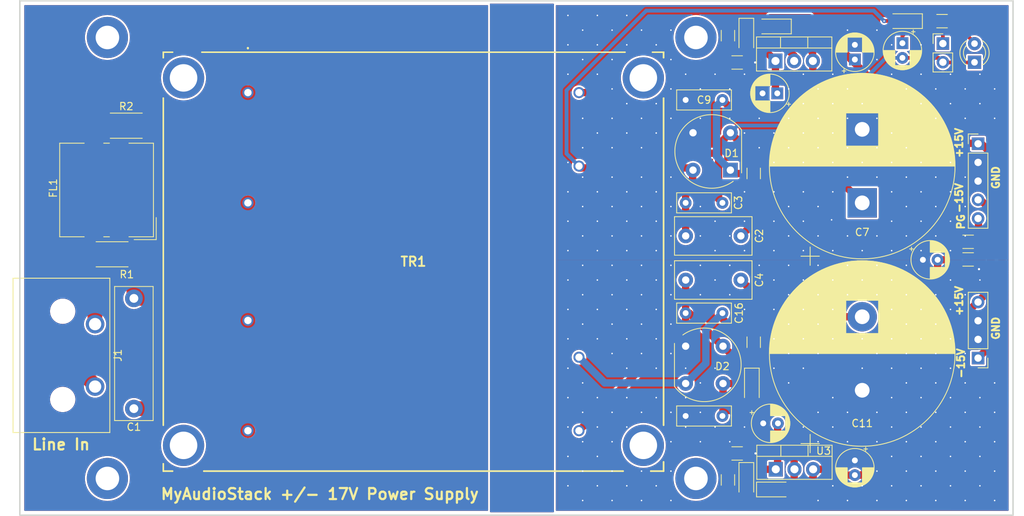
<source format=kicad_pcb>
(kicad_pcb (version 20240108) (generator "pcbnew") (generator_version "8.0")
  (title_block (title "+/- 15V AC/DC Amplifier PSU") (date "2024-12-22") (rev "A") (comment 1 "Max 1.5A, Requires Heatsink and Thermal Pads to reach maximum output"))
  (layers (0 "F.Cu" signal) (31 "B.Cu" signal) (34 "B.Paste" user) (35 "F.Paste" user) (36 "B.SilkS" user "B.Silkscreen") (37 "F.SilkS" user "F.Silkscreen") (38 "B.Mask" user) (39 "F.Mask" user) (44 "Edge.Cuts" user))
  (net 0 "")
  (net 1 "/PRI_2")
  (net 2 "/PRI_1")
  (net 3 "Net-(C2-Pad2)")
  (net 4 "/SEC_1")
  (net 5 "Net-(D4-K)")
  (net 6 "Net-(C4-Pad2)")
  (net 7 "/SEC_2")
  (net 8 "/+15V")
  (net 9 "/LED_IN")
  (net 10 "/-15V")
  (net 11 "/PGOOD")
  (net 12 "Net-(C16-Pad2)")
  (net 13 "/LED_IN_R")
  (net 14 "Net-(FL1-Pad2)")
  (net 15 "Net-(FL1-Pad4)")
  (net 16 "Net-(J3-Pin_5)")
  (net 17 "/NEG_FB")
  (net 18 "/GND")
  (net 19 "/POS_VIN")
  (net 21 "/POS_FB")
  (net 22 "/NEG_VIN")
  (net 23 "/NEUTRAL")
  (net 24 "/LIVE")
  (footprint "MountingHole:MountingHole_3.2mm_M3_DIN965_Pad" (layer "F.Cu") (at 171.4 67)
    (property "Reference" "MH1" (hide yes))
    (property "Value" "MountingHole_Pad")
  )
  (footprint "Capacitor_THT:C_Rect_L18.0mm_W5.0mm_P15.00mm_FKS3_FKP3" (layer "F.Cu") (at 95 102.5 -90)
    (property "Reference" "C1")
    (property "Value" "0.047u")
  )
  (footprint "Resistor_SMD:R_2512_6332Metric" (layer "F.Cu") (at 92.0375 96.5)
    (property "Reference" "R1")
    (property "Value" "22")
  )
  (footprint "Resistor_SMD:R_2512_6332Metric" (layer "F.Cu") (at 93.9625 79)
    (property "Reference" "R2")
    (property "Value" "22")
  )
  (footprint "Capacitor_THT:C_Rect_L10.3mm_W5.0mm_P7.50mm_MKS4" (layer "F.Cu") (at 170.005 100)
    (property "Reference" "C4")
    (property "Value" "0.15u")
  )
  (footprint "Package_TO_SOT_THT:TO-220-3_Vertical" (layer "F.Cu") (at 182.21 70.195)
    (property "Reference" "U1" (hide yes))
    (property "Value" "LM317_TO-220")
  )
  (footprint "MountingHole:MountingHole_3.2mm_M3_DIN965_Pad" (layer "F.Cu") (at 91.4 127)
    (property "Reference" "MH2" (hide yes))
    (property "Value" "MountingHole_Pad")
  )
  (footprint "Diode_SMD:D_SOD-123" (layer "F.Cu") (at 182 128.5)
    (property "Reference" "D7" (hide yes))
    (property "Value" "1N4148WT")
  )
  (footprint "Inductor_SMD:L_Bourns_SRF1260" (layer "F.Cu") (at 91.285 87.75 180)
    (property "Reference" "FL1")
    (property "Value" "744282100")
  )
  (footprint "Capacitor_THT:C_Rect_L7.2mm_W2.5mm_P5.00mm_FKS2_FKP2_MKS2_MKP2" (layer "F.Cu") (at 175 118.5 180)
    (property "Reference" "C12" (hide yes))
    (property "Value" "0.1u")
  )
  (footprint "Resistor_SMD:R_1206_3216Metric" (layer "F.Cu") (at 179.25 108.4625 90)
    (property "Reference" "R12" (hide yes))
    (property "Value" "470")
  )
  (footprint "local:SWITCHCRAFT_RAPC322X" (layer "F.Cu") (at 85.325 110.25 -90)
    (property "Reference" "J1")
    (property "Value" "IEC_60320_C8_Receptacle")
  )
  (footprint "Diode_SMD:D_SOD-123" (layer "F.Cu") (at 178.25 127.2 -90)
    (property "Reference" "D6" (hide yes))
    (property "Value" "1N4148WT")
  )
  (footprint "Capacitor_THT:C_Rect_L7.2mm_W2.5mm_P5.00mm_FKS2_FKP2_MKS2_MKP2" (layer "F.Cu") (at 170 89.5)
    (property "Reference" "C3")
    (property "Value" "0.01u")
  )
  (footprint "Connector_PinHeader_2.54mm:PinHeader_1x04_P2.54mm_Vertical" (layer "F.Cu") (at 209.75 110.62 180)
    (property "Reference" "J4" (hide yes))
    (property "Value" "Conn_01x04_Pin")
  )
  (footprint "Resistor_SMD:R_1206_3216Metric" (layer "F.Cu") (at 179.25 85.5 -90)
    (property "Reference" "R3" (hide yes))
    (property "Value" "470")
  )
  (footprint "Resistor_SMD:R_1206_3216Metric" (layer "F.Cu") (at 177 70.4)
    (property "Reference" "R7" (hide yes))
    (property "Value" "2.2k")
  )
  (footprint "Resistor_SMD:R_1206_3216Metric" (layer "F.Cu") (at 204.8525 64.775 180)
    (property "Reference" "R5" (hide yes))
    (property "Value" "1.8k")
  )
  (footprint "Capacitor_THT:CP_Radial_D5.0mm_P2.00mm" (layer "F.Cu") (at 193 70 90)
    (property "Reference" "C10")
    (property "Value" "22u")
  )
  (footprint "Resistor_SMD:R_1206_3216Metric" (layer "F.Cu") (at 175.75 127.2 90)
    (property "Reference" "R9" (hide yes))
    (property "Value" "180")
  )
  (footprint "Capacitor_THT:C_Rect_L10.3mm_W5.0mm_P7.50mm_MKS4" (layer "F.Cu") (at 170.005 94)
    (property "Reference" "C2")
    (property "Value" "0.15u")
  )
  (footprint "Resistor_SMD:R_1206_3216Metric" (layer "F.Cu") (at 208.4 97.2 180)
    (property "Reference" "R8" (hide yes))
    (property "Value" "6.8k")
  )
  (footprint "local:FL18_30" (layer "F.Cu") (at 110.5 74.5)
    (property "Reference" "TR1")
    (property "Value" "Block FL 18/30" (hide yes))
  )
  (footprint "Capacitor_THT:CP_Radial_D5.0mm_P2.00mm" (layer "F.Cu") (at 202.25 97.25)
    (property "Reference" "C15" (hide yes))
    (property "Value" "10u")
  )
  (footprint "Diode_THT:Diode_Bridge_Round_D9.8mm" (layer "F.Cu") (at 176.08 85.045 180)
    (property "Reference" "D1")
    (property "Value" "W04G")
  )
  (footprint "LED_THT:LED_D3.0mm" (layer "F.Cu") (at 209.265 70.375 90)
    (property "Reference" "D4" (hide yes))
    (property "Value" "LED")
  )
  (footprint "Capacitor_THT:CP_Radial_D25.0mm_P10.00mm_SnapIn" (layer "F.Cu") (at 194 89.5 90)
    (property "Reference" "C7")
    (property "Value" "4.7m")
  )
  (footprint "Connector_PinHeader_2.54mm:PinHeader_1x05_P2.54mm_Vertical" (layer "F.Cu") (at 209.75 81.46)
    (property "Reference" "J3" (hide yes))
    (property "Value" "Conn_01x05_Pin")
  )
  (footprint "Capacitor_THT:CP_Radial_D5.0mm_P2.00mm" (layer "F.Cu") (at 199.465 67.775 -90)
    (property "Reference" "C13" (hide yes))
    (property "Value" "10u")
  )
  (footprint "MountingHole:MountingHole_3.2mm_M3_DIN965_Pad" (layer "F.Cu") (at 91.4 67)
    (property "Reference" "MH0" (hide yes))
    (property "Value" "MountingHole_Pad")
  )
  (footprint "Capacitor_THT:CP_Radial_D5.0mm_P2.00mm" (layer "F.Cu") (at 182.455113 74.6 180)
    (property "Reference" "C8" (hide yes))
    (property "Value" "22u")
  )
  (footprint "Capacitor_THT:CP_Radial_D25.0mm_P10.00mm_SnapIn" (layer "F.Cu") (at 194 115 90)
    (property "Reference" "C11")
    (property "Value" "4.7m")
  )
  (footprint "Capacitor_THT:C_Rect_L7.2mm_W2.5mm_P5.00mm_FKS2_FKP2_MKS2_MKP2" (layer "F.Cu") (at 175 75.5 180)
    (property "Reference" "C9")
    (property "Value" "0.1u")
  )
  (footprint "Diode_SMD:D_SOD-123" (layer "F.Cu") (at 178.25 66.75 -90)
    (property "Reference" "D10" (hide yes))
    (property "Value" "1N4148WT")
  )
  (footprint "MountingHole:MountingHole_3.2mm_M3_DIN965_Pad" (layer "F.Cu") (at 171.4 127)
    (property "Reference" "MH3" (hide yes))
    (property "Value" "MountingHole_Pad")
  )
  (footprint "Resistor_SMD:R_1206_3216Metric" (layer "F.Cu") (at 208.4 94.8 180)
    (property "Reference" "R11" (hide yes))
    (property "Value" "1k")
  )
  (footprint "Capacitor_THT:C_Rect_L7.2mm_W2.5mm_P5.00mm_FKS2_FKP2_MKS2_MKP2" (layer "F.Cu") (at 170 104.5)
    (property "Reference" "C16")
    (property "Value" "0.01u")
  )
  (footprint "Diode_SMD:D_SOD-123" (layer "F.Cu") (at 179 114.35 -90)
    (property "Reference" "D9" (hide yes))
    (property "Value" "1N4148WT")
  )
  (footprint "Diode_THT:Diode_Bridge_Round_D9.8mm" (layer "F.Cu") (at 170 109)
    (property "Reference" "D2")
    (property "Value" "W04G")
  )
  (footprint "Diode_SMD:D_SOD-123" (layer "F.Cu") (at 182 65.5 180)
    (property "Reference" "D3" (hide yes))
    (property "Value" "1N4148WT")
  )
  (footprint "Capacitor_THT:CP_Radial_D5.0mm_P2.00mm" (layer "F.Cu") (at 180.544888 119.5)
    (property "Reference" "C5" (hide yes))
    (property "Value" "22u")
  )
  (footprint "Capacitor_THT:CP_Radial_D5.0mm_P2.00mm" (layer "F.Cu") (at 193 124.544888 -90)
    (property "Reference" "C14" (hide yes))
    (property "Value" "22u")
  )
  (footprint "Package_TO_SOT_THT:TO-220-3_Vertical" (layer "F.Cu") (at 182.25 125.75)
    (property "Reference" "U3")
    (property "Value" "LM337_TO220")
  )
  (footprint "Diode_SMD:D_SOD-123" (layer "F.Cu") (at 199.815 64.775 180)
    (property "Reference" "D5" (hide yes))
    (property "Value" "1N4148WT")
  )
  (footprint "Resistor_SMD:R_1206_3216Metric" (layer "F.Cu") (at 175.75 66.75 -90)
    (property "Reference" "R4" (hide yes))
    (property "Value" "180")
  )
  (footprint "Resistor_SMD:R_1206_3216Metric" (layer "F.Cu") (at 177 123.6)
    (property "Reference" "R10" (hide yes))
    (property "Value" "2.2k")
  )
  (footprint "Connector_PinHeader_2.54mm:PinHeader_1x02_P2.54mm_Vertical" (layer "F.Cu") (at 204.965 67.825)
    (property "Reference" "J2" (hide yes))
    (property "Value" "Conn_01x02_Pin")
  )
  (gr_rect (start 143.5 62.5) (end 152 131.5) (stroke (width 0.2)) (fill solid) (layer "F.Cu"))
  (gr_rect (start 143.5 62.5) (end 152 131.5) (stroke (width 0.2)) (fill solid) (layer "B.Cu"))
  (gr_rect (start 79.5 62) (end 214.5 132) (stroke (width 0.2)) (fill none) (layer "Edge.Cuts"))
  (gr_text "MyAudioStack +/- 17V Power Supply" (at 98.5 130 0) (layer "F.SilkS") (effects (font (size 1.5 1.5) (thickness 0.3) (bold yes)) (justify left bottom)))
  (gr_text "GND" (at 212.75 87.75 90) (layer "F.SilkS") (effects (font (size 1 1) (thickness 0.25) (bold yes)) (justify left bottom)))
  (gr_text "+15V" (at 207.75 105 90) (layer "F.SilkS") (effects (font (size 1 1) (thickness 0.25) (bold yes)) (justify left bottom)))
  (gr_text "GND" (at 212.75 108.25 90) (layer "F.SilkS") (effects (font (size 1 1) (thickness 0.25) (bold yes)) (justify left bottom)))
  (gr_text "Line In" (at 81 123.25 0) (layer "F.SilkS") (effects (font (size 1.5 1.5) (thickness 0.3) (bold yes)) (justify left bottom)))
  (gr_text "-15V" (at 207.75 91 90) (layer "F.SilkS") (effects (font (size 1 1) (thickness 0.25) (bold yes)) (justify left bottom)))
  (gr_text "-15V" (at 208 113.5 90) (layer "F.SilkS") (effects (font (size 1 1) (thickness 0.25) (bold yes)) (justify left bottom)))
  (gr_text "PG" (at 208 93.25 90) (layer "F.SilkS") (effects (font (size 1 1) (thickness 0.25) (bold yes)) (justify left bottom)))
  (gr_text "+15V" (at 207.75 83.5 90) (layer "F.SilkS") (effects (font (size 1 1) (thickness 0.25) (bold yes)) (justify left bottom)))
  (segment (start 96.925 79) (end 103.75 79) (width 2) (layer "F.Cu") (net 1))
  (segment (start 113.5 119) (end 110.5 116) (width 2) (layer "F.Cu") (net 1))
  (segment (start 103.75 79) (end 108.25 74.5) (width 2) (layer "F.Cu") (net 1))
  (segment (start 110.5 93.5) (end 114 90) (width 2) (layer "F.Cu") (net 1))
  (segment (start 114 90) (end 114 78) (width 2) (layer "F.Cu") (net 1))
  (segment (start 113.5 121.5) (end 113.5 119) (width 2) (layer "F.Cu") (net 1))
  (segment (start 109.5 123.5) (end 111.5 123.5) (width 2) (layer "F.Cu") (net 1))
  (segment (start 95 117.5) (end 103.5 117.5) (width 2) (layer "F.Cu") (net 1))
  (segment (start 114 78) (end 110.5 74.5) (width 2) (layer "F.Cu") (net 1))
  (segment (start 103.5 117.5) (end 109.5 123.5) (width 2) (layer "F.Cu") (net 1))
  (segment (start 111.5 123.5) (end 113.5 121.5) (width 2) (layer "F.Cu") (net 1))
  (segment (start 110.5 116) (end 110.5 105.5) (width 2) (layer "F.Cu") (net 1))
  (segment (start 110.5 105.5) (end 110.5 93.5) (width 2) (layer "F.Cu") (net 1))
  (segment (start 108.25 74.5) (end 110.5 74.5) (width 2) (layer "F.Cu") (net 1))
  (segment (start 110.5 120.5) (end 107.5 117.5) (width 2) (layer "F.Cu") (net 2))
  (segment (start 95 95.196438) (end 95 102.5) (width 2) (layer "F.Cu") (net 2))
  (segment (start 110.5 89.5) (end 110.25 89.75) (width 2) (layer "F.Cu") (net 2))
  (segment (start 107.5 96) (end 107.5 92.5) (width 2) (layer "F.Cu") (net 2))
  (segment (start 107.5 117.5) (end 107.5 96) (width 2) (layer "F.Cu") (net 2))
  (segment (start 95.9625 102.5) (end 107 102.5) (width 2) (layer "F.Cu") (net 2))
  (segment (start 107.5 92.5) (end 110.5 89.5) (width 2) (layer "F.Cu") (net 2))
  (segment (start 179.25 92.255) (end 177.505 94) (width 1) (layer "F.Cu") (net 3))
  (segment (start 179.25 86.9625) (end 179.25 92.255) (width 1) (layer "F.Cu") (net 3))
  (segment (start 155.75 84.75) (end 170.705 84.75) (width 1) (layer "F.Cu") (net 4))
  (segment (start 170 89.5) (end 170 93.995) (width 1) (layer "F.Cu") (net 4))
  (segment (start 198.14 64.75) (end 198.165 64.775) (width 0.508) (layer "F.Cu") (net 4))
  (segment (start 170.955 87.045) (end 170.955 85) (width 1) (layer "F.Cu") (net 4))
  (segment (start 170.955 85) (end 171 85.045) (width 1) (layer "F.Cu") (net 4))
  (segment (start 196.965 64.75) (end 198.14 64.75) (width 0.508) (layer "F.Cu") (net 4))
  (segment (start 170.705 84.75) (end 170.955 85) (width 1) (layer "F.Cu") (net 4))
  (segment (start 170 93.995) (end 170.005 94) (width 1) (layer "F.Cu") (net 4))
  (segment (start 155.5 84.5) (end 155.75 84.75) (width 1) (layer "F.Cu") (net 4))
  (segment (start 155.5 84.5) (end 155.25 84.5) (width 0.508) (layer "F.Cu") (net 4))
  (segment (start 170 89.5) (end 170 88) (width 1) (layer "F.Cu") (net 4))
  (segment (start 170 88) (end 170.955 87.045) (width 1) (layer "F.Cu") (net 4))
  (via (at 196.979901 64.765074) (size 0.5642) (drill 0.2032) (layers "F.Cu" "B.Cu") (net 4))
  (segment (start 164.645096 63.354904) (end 153.809452 74.190548) (width 0.508) (layer "B.Cu") (net 4))
  (segment (start 153.809452 82.809452) (end 155.5 84.5) (width 0.508) (layer "B.Cu") (net 4))
  (segment (start 153.809452 74.190548) (end 153.809452 82.809452) (width 0.508) (layer "B.Cu") (net 4))
  (segment (start 196.965 64.75) (end 195.569904 63.354904) (width 0.508) (layer "B.Cu") (net 4))
  (segment (start 195.569904 63.354904) (end 164.645096 63.354904) (width 0.508) (layer "B.Cu") (net 4))
  (segment (start 158.5 74.5) (end 166.75 82.75) (width 1) (layer "F.Cu") (net 5))
  (segment (start 204.375 69.775) (end 205 70.4) (width 0.508) (layer "F.Cu") (net 5))
  (segment (start 174.48 81.565) (end 174.48 88.98) (width 1) (layer "F.Cu") (net 5))
  (segment (start 174.48 88.98) (end 175 89.5) (width 1) (layer "F.Cu") (net 5))
  (segment (start 179.25 84.0375) (end 179.25 83.135) (width 1) (layer "F.Cu") (net 5))
  (segment (start 179.25 83.135) (end 176.08 79.965) (width 1) (layer "F.Cu") (net 5))
  (segment (start 176.08 79.965) (end 174.48 81.565) (width 1) (layer "F.Cu") (net 5))
  (segment (start 155.5 74.5) (end 158.5 74.5) (width 1) (layer "F.Cu") (net 5))
  (segment (start 205 70.4) (end 209.24 70.4) (width 0.508) (layer "F.Cu") (net 5))
  (segment (start 209.24 70.4) (end 209.265 70.375) (width 0.508) (layer "F.Cu") (net 5))
  (segment (start 199.465 69.775) (end 204.375 69.775) (width 0.508) (layer "F.Cu") (net 5))
  (segment (start 166.75 82.75) (end 174.48 82.75) (width 1) (layer "F.Cu") (net 5))
  (segment (start 188.019215 78.980785) (end 177.064215 78.980785) (width 0.508) (layer "B.Cu") (net 5))
  (segment (start 197.225 69.775) (end 188.019215 78.980785) (width 0.508) (layer "B.Cu") (net 5))
  (segment (start 177.064215 78.980785) (end 176.08 79.965) (width 0.508) (layer "B.Cu") (net 5))
  (segment (start 199.465 69.775) (end 197.225 69.775) (width 0.508) (layer "B.Cu") (net 5))
  (segment (start 179.25 107) (end 179.25 101.75) (width 1) (layer "F.Cu") (net 6))
  (segment (start 179.25 101.75) (end 177.5 100) (width 1) (layer "F.Cu") (net 6))
  (segment (start 175 109) (end 175.08 109) (width 1) (layer "F.Cu") (net 7))
  (segment (start 179 112.7) (end 178.78 112.7) (width 1) (layer "F.Cu") (net 7))
  (segment (start 170 104.5) (end 170 106) (width 1) (layer "F.Cu") (net 7))
  (segment (start 178.78 112.7) (end 175.08 109) (width 1) (layer "F.Cu") (net 7))
  (segment (start 170 104.5) (end 170.5 104.5) (width 1) (layer "F.Cu") (net 7))
  (segment (start 170 104.5) (end 170 100) (width 1) (layer "F.Cu") (net 7))
  (segment (start 170 106) (end 155.5 120.5) (width 1) (layer "F.Cu") (net 7))
  (segment (start 170.5 104.5) (end 175 109) (width 1) (layer "F.Cu") (net 7))
  (segment (start 192.5 70) (end 193 70) (width 1) (layer "F.Cu") (net 8))
  (segment (start 193 70.5) (end 203.9 81.4) (width 1) (layer "F.Cu") (net 8))
  (segment (start 180.75 65.5) (end 180.35 65.5) (width 1) (layer "F.Cu") (net 8))
  (segment (start 213 107.37) (end 209.75 110.62) (width 1) (layer "F.Cu") (net 8))
  (segment (start 180.35 65.5) (end 181.55 64.3) (width 1) (layer "F.Cu") (net 8))
  (segment (start 213 84.25) (end 213 107.37) (width 1) (layer "F.Cu") (net 8))
  (segment (start 203.9 81.4) (end 210.15 81.4) (width 1) (layer "F.Cu") (net 8))
  (segment (start 210.15 81.4) (end 213 84.25) (width 1) (layer "F.Cu") (net 8))
  (segment (start 181.55 64.3) (end 186.8 64.3) (width 1) (layer "F.Cu") (net 8))
  (segment (start 184.75 70.195) (end 184.75 69.5) (width 1) (layer "F.Cu") (net 8))
  (segment (start 186.8 64.3) (end 192.5 70) (width 1) (layer "F.Cu") (net 8))
  (segment (start 175.9375 65.1) (end 175.75 65.2875) (width 1) (layer "F.Cu") (net 8))
  (segment (start 180.35 65.5) (end 179.95 65.1) (width 1) (layer "F.Cu") (net 8))
  (segment (start 193 70) (end 193 70.5) (width 1) (layer "F.Cu") (net 8))
  (segment (start 179.95 65.1) (end 175.9375 65.1) (width 1) (layer "F.Cu") (net 8))
  (segment (start 184.75 69.5) (end 180.75 65.5) (width 1) (layer "F.Cu") (net 8))
  (segment (start 201.465 64.775) (end 203.39 64.775) (width 0.508) (layer "F.Cu") (net 9))
  (segment (start 199.465 67.775) (end 199.465 66.775) (width 0.508) (layer "F.Cu") (net 9))
  (segment (start 199.465 66.775) (end 201.465 64.775) (width 0.508) (layer "F.Cu") (net 9))
  (segment (start 191.544888 126.544888) (end 190.75 125.75) (width 1) (layer "F.Cu") (net 10))
  (segment (start 187.33 126.92) (end 187.33 125.75) (width 1) (layer "F.Cu") (net 10))
  (segment (start 180.100493 128.749507) (end 180.35 128.5) (width 1) (layer "F.Cu") (net 10))
  (segment (start 211.5 101.18) (end 199 113.68) (width 1) (layer "F.Cu") (net 10))
  (segment (start 199 121.5) (end 193.955112 126.544888) (width 1) (layer "F.Cu") (net 10))
  (segment (start 211.5 90.5) (end 211.5 101.18) (width 1) (layer "F.Cu") (net 10))
  (segment (start 210.08 89.08) (end 211.5 90.5) (width 1) (layer "F.Cu") (net 10))
  (segment (start 209.75 89.08) (end 210.08 89.08) (width 1) (layer "F.Cu") (net 10))
  (segment (start 175.75 128.749507) (end 179.5625 128.749507) (width 1) (layer "F.Cu") (net 10))
  (segment (start 190.75 125.75) (end 187.33 125.75) (width 1) (layer "F.Cu") (net 10))
  (segment (start 184.25 130) (end 187.33 126.92) (width 1) (layer "F.Cu") (net 10))
  (segment (start 181.85 130) (end 184.25 130) (width 1) (layer "F.Cu") (net 10))
  (segment (start 179 128.749507) (end 180.100493 128.749507) (width 1) (layer "F.Cu") (net 10))
  (segment (start 180.35 128.5) (end 181.85 130) (width 1) (layer "F.Cu") (net 10))
  (segment (start 193.955112 126.544888) (end 191.544888 126.544888) (width 1) (layer "F.Cu") (net 10))
  (segment (start 199 113.68) (end 199 121.5) (width 1) (layer "F.Cu") (net 10))
  (segment (start 204.25 99.15) (end 193.4 110) (width 1) (layer "F.Cu") (net 11))
  (segment (start 193.4 110) (end 191.5 110) (width 1) (layer "F.Cu") (net 11))
  (segment (start 207 97.1375) (end 206.8875 97.25) (width 1) (layer "F.Cu") (net 11))
  (segment (start 185.5 116) (end 179 116) (width 1) (layer "F.Cu") (net 11))
  (segment (start 191.5 110) (end 185.5 116) (width 1) (layer "F.Cu") (net 11))
  (segment (start 206.8875 97.25) (end 204.25 97.25) (width 1) (layer "F.Cu") (net 11))
  (segment (start 207 94.9625) (end 207 97.1375) (width 1) (layer "F.Cu") (net 11))
  (segment (start 204.25 97.25) (end 204.25 99.15) (width 1) (layer "F.Cu") (net 11))
  (segment (start 179.25 109.502776) (end 179.25 109.925) (width 1) (layer "F.Cu") (net 12))
  (segment (start 175 104.5) (end 175 105.252776) (width 1) (layer "F.Cu") (net 12))
  (segment (start 175 105.252776) (end 179.25 109.502776) (width 1) (layer "F.Cu") (net 12))
  (segment (start 172.75 106.75) (end 175 104.5) (width 1) (layer "B.Cu") (net 12))
  (segment (start 169.92 114) (end 170 114.08) (width 1) (layer "B.Cu") (net 12))
  (segment (start 172.75 111.33) (end 172.75 106.75) (width 1) (layer "B.Cu") (net 12))
  (segment (start 170 114.08) (end 172.75 111.33) (width 1) (layer "B.Cu") (net 12))
  (segment (start 159 114) (end 169.92 114) (width 1) (layer "B.Cu") (net 12))
  (segment (start 155.5 110.5) (end 159 114) (width 1) (layer "B.Cu") (net 12))
  (segment (start 205.94 64.775) (end 204.965 65.75) (width 0.508) (layer "F.Cu") (net 13))
  (segment (start 204.965 65.75) (end 204.965 67.9) (width 0.508) (layer "F.Cu") (net 13))
  (segment (start 209.265 67.725) (end 206.315 64.775) (width 0.508) (layer "F.Cu") (net 13))
  (segment (start 206.315 64.775) (end 205.94 64.775) (width 0.508) (layer "F.Cu") (net 13))
  (segment (start 209.265 68) (end 209.265 67.725) (width 0.508) (layer "F.Cu") (net 13))
  (segment (start 89.025498 97.310374) (end 89.57 96.765872) (width 2) (layer "F.Cu") (net 14))
  (segment (start 89.57 96.765872) (end 89.57 92) (width 2) (layer "F.Cu") (net 14))
  (segment (start 91 79) (end 93 81) (width 2) (layer "F.Cu") (net 15))
  (segment (start 93 81) (end 93 83.5) (width 2) (layer "F.Cu") (net 15))
  (segment (start 209.8 94.7375) (end 209.8625 94.8) (width 1) (layer "F.Cu") (net 16))
  (segment (start 209.8 91.67) (end 209.8 94.7375) (width 1) (layer "F.Cu") (net 16))
  (segment (start 209.75 91.62) (end 209.8 91.67) (width 1) (layer "F.Cu") (net 16))
  (segment (start 175.75 125.7375) (end 178.4375 125.7375) (width 1) (layer "F.Cu") (net 17))
  (segment (start 175.5375 123.6) (end 175.5375 125.612007) (width 1) (layer "F.Cu") (net 17))
  (segment (start 182.25 125.75) (end 182.5 125.5) (width 1) (layer "F.Cu") (net 17))
  (segment (start 175.5375 125.612007) (end 175.695724 125.770231) (width 1) (layer "F.Cu") (net 17))
  (segment (start 178.45 125.75) (end 182.25 125.75) (width 1) (layer "F.Cu") (net 17))
  (segment (start 182.5 125.5) (end 182.5 119.544888) (width 1) (layer "F.Cu") (net 17))
  (segment (start 182.5 119.544888) (end 182.544888 119.5) (width 1) (layer "F.Cu") (net 17))
  (segment (start 209.873987 97.211487) (end 209.8625 97.2) (width 0.762) (layer "F.Cu") (net 18))
  (segment (start 178.471189 123.591311) (end 178.4625 123.6) (width 1) (layer "F.Cu") (net 18))
  (segment (start 209.873987 98.520532) (end 209.873987 97.211487) (width 0.762) (layer "F.Cu") (net 18))
  (segment (start 179.498241 123.591311) (end 178.471189 123.591311) (width 1) (layer "F.Cu") (net 18))
  (segment (start 179.452025 70.4) (end 178.4625 70.4) (width 0.889) (layer "F.Cu") (net 18))
  (via (at 156 82) (size 0.5642) (drill 0.2032) (layers "F.Cu" "B.Cu") (net 18))
  (via (at 190 72) (size 0.5642) (drill 0.2032) (layers "F.Cu" "B.Cu") (net 18))
  (via (at 164 86) (size 0.5642) (drill 0.2032) (layers "F.Cu" "B.Cu") (net 18))
  (via (at 158 100) (size 0.5642) (drill 0.2032) (layers "F.Cu" "B.Cu") (net 18))
  (via (at 188 106) (size 0.5642) (drill 0.2032) (layers "F.Cu" "B.Cu") (net 18))
  (via (at 202 96) (size 0.5642) (drill 0.2032) (layers "F.Cu" "B.Cu") (net 18))
  (via (at 208 126) (size 0.5642) (drill 0.2032) (layers "F.Cu" "B.Cu") (net 18))
  (via (at 160 118) (size 0.5642) (drill 0.2032) (layers "F.Cu" "B.Cu") (net 18))
  (via (at 192 82) (size 0.5642) (drill 0.2032) (layers "F.Cu" "B.Cu") (net 18))
  (via (at 200 86) (size 0.5642) (drill 0.2032) (layers "F.Cu" "B.Cu") (net 18))
  (via (at 158 108) (size 0.5642) (drill 0.2032) (layers "F.Cu" "B.Cu") (net 18))
  (via (at 186 84) (size 0.5642) (drill 0.2032) (layers "F.Cu" "B.Cu") (net 18))
  (via (at 168 102) (size 0.5642) (drill 0.2032) (layers "F.Cu" "B.Cu") (net 18))
  (via (at 202 128) (size 0.5642) (drill 0.2032) (layers "F.Cu" "B.Cu") (net 18))
  (via (at 190 100) (size 0.5642) (drill 0.2032) (layers "F.Cu" "B.Cu") (net 18))
  (via (at 196 82) (size 0.5642) (drill 0.2032) (layers "F.Cu" "B.Cu") (net 18))
  (via (at 192 102) (size 0.5642) (drill 0.2032) (layers "F.Cu" "B.Cu") (net 18))
  (via (at 198 108) (size 0.5642) (drill 0.2032) (layers "F.Cu" "B.Cu") (net 18))
  (via (at 200 106) (size 0.5642) (drill 0.2032) (layers "F.Cu" "B.Cu") (net 18))
  (via (at 198 68) (size 0.5642) (drill 0.2032) (layers "F.Cu" "B.Cu") (net 18))
  (via (at 164 106) (size 0.5642) (drill 0.2032) (layers "F.Cu" "B.Cu") (net 18))
  (via (at 192 78) (size 0.5642) (drill 0.2032) (layers "F.Cu" "B.Cu") (net 18))
  (via (at 188 82) (size 0.5642) (drill 0.2032) (layers "F.Cu" "B.Cu") (net 18))
  (via (at 190 84) (size 0.5642) (drill 0.2032) (layers "F.Cu" "B.Cu") (net 18))
  (via (at 156 70) (size 0.5642) (drill 0.2032) (layers "F.Cu" "B.Cu") (net 18))
  (via (at 190 80) (size 0.5642) (drill 0.2032) (layers "F.Cu" "B.Cu") (net 18))
  (via (at 184 82) (size 0.5642) (drill 0.2032) (layers "F.Cu" "B.Cu") (net 18))
  (via (at 202 104) (size 0.5642) (drill 0.2032) (layers "F.Cu" "B.Cu") (net 18))
  (via (at 196 78) (size 0.5642) (drill 0.2032) (layers "F.Cu" "B.Cu") (net 18))
  (via (at 172 118) (size 0.5642) (drill 0.2032) (layers "F.Cu" "B.Cu") (net 18))
  (via (at 200 114) (size 0.5642) (drill 0.2032) (layers "F.Cu" "B.Cu") (net 18))
  (via (at 196 98) (size 0.5642) (drill 0.2032) (layers "F.Cu" "B.Cu") (net 18))
  (via (at 168 74) (size 0.5642) (drill 0.2032) (layers "F.Cu" "B.Cu") (net 18))
  (via (at 182 84) (size 0.5642) (drill 0.2032) (layers "F.Cu" "B.Cu") (net 18))
  (via (at 192 118) (size 0.5642) (drill 0.2032) (layers "F.Cu" "B.Cu") (net 18))
  (via (at 204 74) (size 0.5642) (drill 0.2032) (layers "F.Cu" "B.Cu") (net 18))
  (via (at 186 108) (size 0.5642) (drill 0.2032) (layers "F.Cu" "B.Cu") (net 18))
  (via (at 162 120) (size 0.5642) (drill 0.2032) (layers "F.Cu" "B.Cu") (net 18))
  (via (at 156 90) (size 0.5642) (drill 0.2032) (layers "F.Cu" "B.Cu") (net 18))
  (via (at 170 112) (size 0.5642) (drill 0.2032) (layers "F.Cu" "B.Cu") (net 18))
  (via (at 210 124) (size 0.5642) (drill 0.2032) (layers "F.Cu" "B.Cu") (net 18))
  (via (at 200 102) (size 0.5642) (drill 0.2032) (layers "F.Cu" "B.Cu") (net 18))
  (via (at 160 122) (size 0.5642) (drill 0.2032) (layers "F.Cu" "B.Cu") (net 18))
  (via (at 164 78) (size 0.5642) (drill 0.2032) (layers "F.Cu" "B.Cu") (net 18))
  (via (at 179.452025 70.4) (size 0.7) (drill 0.3) (layers "F.Cu" "B.Cu") (net 18))
  (via (at 196 110) (size 0.5642) (drill 0.2032) (layers "F.Cu" "B.Cu") (net 18))
  (via (at 198 72) (size 0.5642) (drill 0.2032) (layers "F.Cu" "B.Cu") (net 18))
  (via (at 162 100) (size 0.5642) (drill 0.2032) (layers "F.Cu" "B.Cu") (net 18))
  (via (at 154 120) (size 0.5642) (drill 0.2032) (layers "F.Cu" "B.Cu") (net 18))
  (via (at 174 96) (size 0.5642) (drill 0.2032) (layers "F.Cu" "B.Cu") (net 18))
  (via (at 162 116) (size 0.5642) (drill 0.2032) (layers "F.Cu" "B.Cu") (net 18))
  (via (at 206 96) (size 0.5642) (drill 0.2032) (layers "F.Cu" "B.Cu") (net 18))
  (via (at 208 118) (size 0.5642) (drill 0.2032) (layers "F.Cu" "B.Cu") (net 18))
  (via (at 180 82) (size 0.5642) (drill 0.2032) (layers "F.Cu" "B.Cu") (net 18))
  (via (at 212 126) (size 0.5642) (drill 0.2032) (layers "F.Cu" "B.Cu") (net 18))
  (via (at 170 120) (size 0.5642) (drill 0.2032) (layers "F.Cu" "B.Cu") (net 18))
  (via (at 156 102) (size 0.5642) (drill 0.2032) (layers "F.Cu" "B.Cu") (net 18))
  (via (at 156 98) (size 0.5642) (drill 0.2032) (layers "F.Cu" "B.Cu") (net 18))
  (via (at 154 112) (size 0.5642) (drill 0.2032) (layers "F.Cu" "B.Cu") (net 18))
  (via (at 160 94) (size 0.5642) (drill 0.2032) (layers "F.Cu" "B.Cu") (net 18))
  (via (at 170 116) (size 0.5642) (drill 0.2032) (layers "F.Cu" "B.Cu") (net 18))
  (via (at 162 64) (size 0.5642) (drill 0.2032) (layers "F.Cu" "B.Cu") (net 18))
  (via (at 172 74) (size 0.5642) (drill 0.2032) (layers "F.Cu" "B.Cu") (net 18))
  (via (at 164 98) (size 0.5642) (drill 0.2032) (layers "F.Cu" "B.Cu") (net 18))
  (via (at 176 98) (size 0.5642) (drill 0.2032) (layers "F.Cu" "B.Cu") (net 18))
  (via (at 172 98) (size 0.5642) (drill 0.2032) (layers "F.Cu" "B.Cu") (net 18))
  (via (at 172 78) (size 0.5642) (drill 0.2032) (layers "F.Cu" "B.Cu") (net 18))
  (via (at 156 122) (size 0.5642) (drill 0.2032) (layers "F.Cu" "B.Cu") (net 18))
  (via (at 210 116) (size 0.5642) (drill 0.2032) (layers "F.Cu" "B.Cu") (net 18))
  (via (at 162 112) (size 0.5642) (drill 0.2032) (layers "F.Cu" "B.Cu") (net 18))
  (via (at 186 92) (size 0.5642) (drill 0.2032) (layers "F.Cu" "B.Cu") (net 18))
  (via (at 212 78) (size 0.5642) (drill 0.2032) (layers "F.Cu" "B.Cu") (net 18))
  (via (at 198 84) (size 0.5642) (drill 0.2032) (layers "F.Cu" "B.Cu") (net 18))
  (via (at 192 94) (size 0.5642) (drill 0.2032) (layers "F.Cu" "B.Cu") (net 18))
  (via (at 162 76) (size 0.5642) (drill 0.2032) (layers "F.Cu" "B.Cu") (net 18))
  (via (at 179.498241 123.591311) (size 0.7) (drill 0.3) (layers "F.Cu" "B.Cu") (net 18))
  (via (at 202 84) (size 0.5642) (drill 0.2032) (layers "F.Cu" "B.Cu") (net 18))
  (via (at 200 118) (size 0.5642) (drill 0.2032) (layers "F.Cu" "B.Cu") (net 18))
  (via (at 168 122) (size 0.5642) (drill 0.2032) (layers "F.Cu" "B.Cu") (net 18))
  (via (at 156 130) (size 0.5642) (drill 0.2032) (layers "F.Cu" "B.Cu") (net 18))
  (via (at 164 130) (size 0.5642) (drill 0.2032) (layers "F.Cu" "B.Cu") (net 18))
  (via (at 198 124) (size 0.5642) (drill 0.2032) (layers "F.Cu" "B.Cu") (net 18))
  (via (at 158 116) (size 0.5642) (drill 0.2032) (layers "F.Cu" "B.Cu") (net 18))
  (via (at 174 72) (size 0.5642) (drill 0.2032) (layers "F.Cu" "B.Cu") (net 18))
  (via (at 176 102) (size 0.5642) (drill 0.2032) (layers "F.Cu" "B.Cu") (net 18))
  (via (at 198 96) (size 0.5642) (drill 0.2032) (layers "F.Cu" "B.Cu") (net 18))
  (via (at 206 104) (size 0.5642) (drill 0.2032) (layers "F.Cu" "B.Cu") (net 18))
  (via (at 158 124) (size 0.5642) (drill 0.2032) (layers "F.Cu" "B.Cu") (net 18))
  (via (at 204 118) (size 0.5642) (drill 0.2032) (layers "F.Cu" "B.Cu") (net 18))
  (via (at 172 114) (size 0.5642) (drill 0.2032) (layers "F.Cu" "B.Cu") (net 18))
  (via (at 206 88) (size 0.5642) (drill 0.2032) (layers "F.Cu" "B.Cu") (net 18))
  (via (at 200 74) (size 0.5642) (drill 0.2032) (layers "F.Cu" "B.Cu") (net 18))
  (via (at 168 126) (size 0.5642) (drill 0.2032) (layers "F.Cu" "B.Cu") (net 18))
  (via (at 166 112) (size 0.5642) (drill 0.2032) (layers "F.Cu" "B.Cu") (net 18))
  (via (at 168 110) (size 0.5642) (drill 0.2032) (layers "F.Cu" "B.Cu") (net 18))
  (via (at 186 112) (size 0.5642) (drill 0.2032) (layers "F.Cu" "B.Cu") (net 18))
  (via (at 200 90) (size 0.5642) (drill 0.2032) (layers "F.Cu" "B.Cu") (net 18))
  (via (at 212 118) (size 0.5642) (drill 0.2032) (layers "F.Cu" "B.Cu") (net 18))
  (via (at 196 122) (size 0.5642) (drill 0.2032) (layers "F.Cu" "B.Cu") (net 18))
  (via (at 184 106) (size 0.5642) (drill 0.2032) (layers "F.Cu" "B.Cu") (net 18))
  (via (at 164 102) (size 0.5642) (drill 0.2032) (layers "F.Cu" "B.Cu") (net 18))
  (via (at 154 72) (size 0.5642) (drill 0.2032) (layers "F.Cu" "B.Cu") (net 18))
  (via (at 162 80) (size 0.5642) (drill 0.2032) (layers "F.Cu" "B.Cu") (net 18))
  (via (at 182 112) (size 0.5642) (drill 0.2032) (layers "F.Cu" "B.Cu") (net 18))
  (via (at 194 100) (size 0.5642) (drill 0.2032) (layers "F.Cu" "B.Cu") (net 18))
  (via (at 158 92) (size 0.5642) (drill 0.2032) (layers "F.Cu" "B.Cu") (net 18))
  (via (at 158 96) (size 0.5642) (drill 0.2032) (layers "F.Cu" "B.Cu") (net 18))
  (via (at 206 120) (size 0.5642) (drill 0.2032) (layers "F.Cu" "B.Cu") (net 18))
  (via (at 168 118) (size 0.5642) (drill 0.2032) (layers "F.Cu" "B.Cu") (net 18))
  (via (at 192 66) (size 0.5642) (drill 0.2032) (layers "F.Cu" "B.Cu") (net 18))
  (via (at 178 92) (size 0.5642) (drill 0.2032) (layers "F.Cu" "B.Cu") (net 18))
  (via (at 160 78) (size 0.5642) (drill 0.2032) (layers "F.Cu" "B.Cu") (net 18))
  (via (at 162 92) (size 0.5642) (drill 0.2032) (layers "F.Cu" "B.Cu") (net 18))
  (via (at 188 94) (size 0.5642) (drill 0.2032) (layers "F.Cu" "B.Cu") (net 18))
  (via (at 154 128) (size 0.5642) (drill 0.2032) (layers "F.Cu" "B.Cu") (net 18))
  (via (at 178 120) (size 0.5642) (drill 0.2032) (layers "F.Cu" "B.Cu") (net 18))
  (via (at 158 128) (size 0.5642) (drill 0.2032) (layers "F.Cu" "B.Cu") (net 18))
  (via (at 172 94) (size 0.5642) (drill 0.2032) (layers "F.Cu" "B.Cu") (net 18))
  (via (at 200 122) (size 0.5642) (drill 0.2032) (layers "F.Cu" "B.Cu") (net 18))
  (via (at 202 76) (size 0.5642) (drill 0.2032) (layers "F.Cu" "B.Cu") (net 18))
  (via (at 192 130) (size 0.5642) (drill 0.2032) (layers "F.Cu" "B.Cu") (net 18))
  (via (at 182 108) (size 0.5642) (drill 0.2032) (layers "F.Cu" "B.Cu") (net 18))
  (via (at 190 116) (size 0.5642) (drill 0.2032) (layers "F.Cu" "B.Cu") (net 18))
  (via (at 154 104) (size 0.5642) (drill 0.2032) (layers "F.Cu" "B.Cu") (net 18))
  (via (at 204 122) (size 0.5642) (drill 0.2032) (layers "F.Cu" "B.Cu") (net 18))
  (via (at 208 90) (size 0.5642) (drill 0.2032) (layers "F.Cu" "B.Cu") (net 18))
  (via (at 178 96) (size 0.5642) (drill 0.2032) (layers "F.Cu" "B.Cu") (net 18))
  (via (at 166 108) (size 0.5642) (drill 0.2032) (layers "F.Cu" "B.Cu") (net 18))
  (via (at 198 128) (size 0.5642) (drill 0.2032) (layers "F.Cu" "B.Cu") (net 18))
  (via (at 166 92) (size 0.5642) (drill 0.2032) (layers "F.Cu" "B.Cu") (net 18))
  (via (at 202 88) (size 0.5642) (drill 0.2032) (layers "F.Cu" "B.Cu") (net 18))
  (via (at 180 78) (size 0.5642) (drill 0.2032) (layers "F.Cu" "B.Cu") (net 18))
  (via (at 196 70) (size 0.5642) (drill 0.2032) (layers "F.Cu" "B.Cu") (net 18))
  (via (at 162 128) (size 0.5642) (drill 0.2032) (layers "F.Cu" "B.Cu") (net 18))
  (via (at 208 86) (size 0.5642) (drill 0.2032) (layers "F.Cu" "B.Cu") (net 18))
  (via (at 184 110) (size 0.5642) (drill 0.2032) (layers "F.Cu" "B.Cu") (net 18))
  (via (at 206 108) (size 0.5642) (drill 0.2032) (layers "F.Cu" "B.Cu") (net 18))
  (via (at 198 92) (size 0.5642) (drill 0.2032) (layers "F.Cu" "B.Cu") (net 18))
  (via (at 194 108) (size 0.5642) (drill 0.2032) (layers "F.Cu" "B.Cu") (net 18))
  (via (at 168 130) (size 0.5642) (drill 0.2032) (layers "F.Cu" "B.Cu") (net 18))
  (via (at 162 88) (size 0.5642) (drill 0.2032) (layers "F.Cu" "B.Cu") (net 18))
  (via (at 210 120) (size 0.5642) (drill 0.2032) (layers "F.Cu" "B.Cu") (net 18))
  (via (at 156 106) (size 0.5642) (drill 0.2032) (layers "F.Cu" "B.Cu") (net 18))
  (via (at 188 98) (size 0.5642) (drill 0.2032) (layers "F.Cu" "B.Cu") (net 18))
  (via (at 194 96) (size 0.5642) (drill 0.2032) (layers "F.Cu" "B.Cu") (net 18))
  (via (at 174 100) (size 0.5642) (drill 0.2032) (layers "F.Cu" "B.Cu") (net 18))
  (via (at 162 104) (size 0.5642) (drill 0.2032) (layers "F.Cu" "B.Cu") (net 18))
  (via (at 190 104) (size 0.5642) (drill 0.2032) (layers "F.Cu" "B.Cu") (net 18))
  (via (at 160 106) (size 0.5642) (drill 0.2032) (layers "F.Cu" "B.Cu") (net 18))
  (via (at 190 76) (size 0.5642) (drill 0.2032) (layers "F.Cu" "B.Cu") (net 18))
  (via (at 170 72) (size 0.5642) (drill 0.2032) (layers "F.Cu" "B.Cu") (net 18))
  (via (at 192 86) (size 0.5642) (drill 0.2032) (layers "F.Cu" "B.Cu") (net 18))
  (via (at 190 96) (size 0.5642) (drill 0.2032) (layers "F.Cu" "B.Cu") (net 18))
  (via (at 162 108) (size 0.5642) (drill 0.2032) (layers "F.Cu" "B.Cu") (net 18))
  (via (at 206 76) (size 0.5642) (drill 0.2032) (layers "F.Cu" "B.Cu") (net 18))
  (via (at 202 68) (size 0.5642) (drill 0.2032) (layers "F.Cu" "B.Cu") (net 18))
  (via (at 200 110) (size 0.5642) (drill 0.2032) (layers "F.Cu" "B.Cu") (net 18))
  (via (at 212 114) (size 0.5642) (drill 0.2032) (layers "F.Cu" "B.Cu") (net 18))
  (via (at 206 92) (size 0.5642) (drill 0.2032) (layers "F.Cu" "B.Cu") (net 18))
  (via (at 200 130) (size 0.5642) (drill 0.2032) (layers "F.Cu" "B.Cu") (net 18))
  (via (at 164 66) (size 0.5642) (drill 0.2032) (layers "F.Cu" "B.Cu") (net 18))
  (via (at 160 102) (size 0.5642) (drill 0.2032) (layers "F.Cu" "B.Cu") (net 18))
  (via (at 202 108) (size 0.5642) (drill 0.2032) (layers "F.Cu" "B.Cu") (net 18))
  (via (at 200 98) (size 0.5642) (drill 0.2032) (layers "F.Cu" "B.Cu") (net 18))
  (via (at 184 94) (size 0.5642) (drill 0.2032) (layers "F.Cu" "B.Cu") (net 18))
  (via (at 164 82) (size 0.5642) (drill 0.2032) (layers "F.Cu" "B.Cu") (net 18))
  (via (at 164 118) (size 0.5642) (drill 0.2032) (layers "F.Cu" "B.Cu") (net 18))
  (via (at 162 68) (size 0.5642) (drill 0.2032) (layers "F.Cu" "B.Cu") (net 18))
  (via (at 192 74) (size 0.5642) (drill 0.2032) (layers "F.Cu" "B.Cu") (net 18))
  (via (at 194 76) (size 0.5642) (drill 0.2032) (layers "F.Cu" "B.Cu") (net 18))
  (via (at 168 94) (size 0.5642) (drill 0.2032) (layers "F.Cu" "B.Cu") (net 18))
  (via (at 196 126) (size 0.5642) (drill 0.2032) (layers "F.Cu" "B.Cu") (net 18))
  (via (at 196 86) (size 0.5642) (drill 0.2032) (layers "F.Cu" "B.Cu") (net 18))
  (via (at 158 72) (size 0.5642) (drill 0.2032) (layers "F.Cu" "B.Cu") (net 18))
  (via (at 158 88) (size 0.5642) (drill 0.2032) (layers "F.Cu" "B.Cu") (net 18))
  (via (at 176 74) (size 0.5642) (drill 0.2032) (layers "F.Cu" "B.Cu") (net 18))
  (via (at 200 126) (size 0.5642) (drill 0.2032) (layers "F.Cu" "B.Cu") (net 18))
  (via (at 156 118) (size 0.5642) (drill 0.2032) (layers "F.Cu" "B.Cu") (net 18))
  (via (at 208 110) (size 0.5642) (drill 0.2032) (layers "F.Cu" "B.Cu") (net 18))
  (via (at 166 116) (size 0.5642) (drill 0.2032) (layers "F.Cu" "B.Cu") (net 18))
  (via (at 176 78) (size 0.5642) (drill 0.2032) (layers "F.Cu" "B.Cu") (net 18))
  (via (at 184 114) (size 0.5642) (drill 0.2032) (layers "F.Cu" "B.Cu") (net 18))
  (via (at 206 72) (size 0.5642) (drill 0.2032) (layers "F.Cu" "B.Cu") (net 18))
  (via (at 160 74) (size 0.5642) (drill 0.2032) (layers "F.Cu" "B.Cu") (net 18))
  (via (at 160 126) (size 0.5642) (drill 0.2032) (layers "F.Cu" "B.Cu") (net 18))
  (via (at 166 80) (size 0.5642) (drill 0.2032) (layers "F.Cu" "B.Cu") (net 18))
  (via (at 156 66) (size 0.5642) (drill 0.2032) (layers "F.Cu" "B.Cu") (net 18))
  (via (at 206 128) (size 0.5642) (drill 0.2032) (layers "F.Cu" "B.Cu") (net 18))
  (via (at 184 74) (size 0.5642) (drill 0.2032) (layers "F.Cu" "B.Cu") (net 18))
  (via (at 160 70) (size 0.5642) (drill 0.2032) (layers "F.Cu" "B.Cu") (net 18))
  (via (at 158 120) (size 0.5642) (drill 0.2032) (layers "F.Cu" "B.Cu") (net 18))
  (via (at 204 110) (size 0.5642) (drill 0.2032) (layers "F.Cu" "B.Cu") (net 18))
  (via (at 184 78) (size 0.5642) (drill 0.2032) (layers "F.Cu" "B.Cu") (net 18))
  (via (at 188 122) (size 0.5642) (drill 0.2032) (layers "F.Cu" "B.Cu") (net 18))
  (via (at 196 118) (size 0.5642) (drill 0.2032) (layers "F.Cu" "B.Cu") (net 18))
  (via (at 154 92) (size 0.5642) (drill 0.2032) (layers "F.Cu" "B.Cu") (net 18))
  (via (at 204 78) (size 0.5642) (drill 0.2032) (layers "F.Cu" "B.Cu") (net 18))
  (via (at 202 116) (size 0.5642) (drill 0.2032) (layers "F.Cu" "B.Cu") (net 18))
  (via (at 206 84) (size 0.5642) (drill 0.2032) (layers "F.Cu" "B.Cu") (net 18))
  (via (at 166 68) (size 0.5642) (drill 0.2032) (layers "F.Cu" "B.Cu") (net 18))
  (via (at 172 90) (size 0.5642) (drill 0.2032) (layers "F.Cu" "B.Cu") (net 18))
  (via (at 160 130) (size 0.5642) (drill 0.2032) (layers "F.Cu" "B.Cu") (net 18))
  (via (at 172 102) (size 0.5642) (drill 0.2032) (layers "F.Cu" "B.Cu") (net 18))
  (via (at 198 116) (size 0.5642) (drill 0.2032) (layers "F.Cu" "B.Cu") (net 18))
  (via (at 202 72) (size 0.5642) (drill 0.2032) (layers "F.Cu" "B.Cu") (net 18))
  (via (at 174 120) (size 0.5642) (drill 0.2032) (layers "F.Cu" "B.Cu") (net 18))
  (via (at 154 88) (size 0.5642) (drill 0.2032) (layers "F.Cu" "B.Cu") (net 18))
  (via (at 158 68) (size 0.5642) (drill 0.2032) (layers "F.Cu" "B.Cu") (net 18))
  (via (at 186 104) (size 0.5642) (drill 0.2032) (layers "F.Cu" "B.Cu") (net 18))
  (via (at 198 80) (size 0.5642) (drill 0.2032) (layers "F.Cu" "B.Cu") (net 18))
  (via (at 212 122) (size 0.5642) (drill 0.2032) (layers "F.Cu" "B.Cu") (net 18))
  (via (at 182 92) (size 0.5642) (drill 0.2032) (layers "F.Cu" "B.Cu") (net 18))
  (via (at 210 72) (size 0.5642) (drill 0.2032) (layers "F.Cu" "B.Cu") (net 18))
  (via (at 164 94) (size 0.5642) (drill 0.2032) (layers "F.Cu" "B.Cu") (net 18))
  (via (at 198 120) (size 0.5642) (drill 0.2032) (layers "F.Cu" "B.Cu") (net 18))
  (via (at 204 94) (size 0.5642) (drill 0.2032) (layers "F.Cu" "B.Cu") (net 18))
  (via (at 204 86) (size 0.5642) (drill 0.2032) (layers "F.Cu" "B.Cu") (net 18))
  (via (at 204 130) (size 0.5642) (drill 0.2032) (layers "F.Cu" "B.Cu") (net 18))
  (via (at 158 64) (size 0.5642) (drill 0.2032) (layers "F.Cu" "B.Cu") (net 18))
  (via (at 208 130) (size 0.5642) (drill 0.2032) (layers "F.Cu" "B.Cu") (net 18))
  (via (at 200 82) (size 0.5642) (drill 0.2032) (layers "F.Cu" "B.Cu") (net 18))
  (via (at 206 124) (size 0.5642) (drill 0.2032) (layers "F.Cu" "B.Cu") (net 18))
  (via (at 188 102) (size 0.5642) (drill 0.2032) (layers "F.Cu" "B.Cu") (net 18))
  (via (at 190 88) (size 0.5642) (drill 0.2032) (layers "F.Cu" "B.Cu") (net 18))
  (via (at 158 104) (size 0.5642) (drill 0.2032) (layers "F.Cu" "B.Cu") (net 18))
  (via (at 168 78) (size 0.5642) (drill 0.2032) (layers "F.Cu" "B.Cu") (net 18))
  (via (at 186 88) (size 0.5642) (drill 0.2032) (layers "F.Cu" "B.Cu") (net 18))
  (via (at 188 130) (size 0.5642) (drill 0.2032) (layers "F.Cu" "B.Cu") (net 18))
  (via (at 182 104) (size 0.5642) (drill 0.2032) (layers "F.Cu" "B.Cu") (net 18))
  (via (at 212 130) (size 0.5642) (drill 0.2032) (layers "F.Cu" "B.Cu") (net 18))
  (via (at 188 74) (size 0.5642) (drill 0.2032) (layers "F.Cu" "B.Cu") (net 18))
  (via (at 168 86) (size 0.5642) (drill 0.2032) (layers "F.Cu" "B.Cu") (net 18))
  (via (at 178 88) (size 0.5642) (drill 0.2032) (layers "F.Cu" "B.Cu") (net 18))
  (via (at 178 104) (size 0.5642) (drill 0.2032) (layers "F.Cu" "B.Cu") (net 18))
  (via (at 184 102) (size 0.5642) (drill 0.2032) (layers "F.Cu" "B.Cu") (net 18))
  (via (at 180 98) (size 0.5642) (drill 0.2032) (layers "F.Cu" "B.Cu") (net 18))
  (via (at 196 130) (size 0.5642) (drill 0.2032) (layers "F.Cu" "B.Cu") (net 18))
  (via (at 154 96) (size 0.5642) (drill 0.2032) (layers "F.Cu" "B.Cu") (net 18))
  (via (at 210 100) (size 0.5642) (drill 0.2032) (layers "F.Cu" "B.Cu") (net 18))
  (via (at 208 74) (size 0.5642) (drill 0.2032) (layers "F.Cu" "B.Cu") (net 18))
  (via (at 198 104) (size 0.5642) (drill 0.2032) (layers "F.Cu" "B.Cu") (net 18))
  (via (at 160 110) (size 0.5642) (drill 0.2032) (layers "F.Cu" "B.Cu") (net 18))
  (via (at 156 114) (size 0.5642) (drill 0.2032) (layers "F.Cu" "B.Cu") (net 18))
  (via (at 202 112) (size 0.5642) (drill 0.2032) (layers "F.Cu" "B.Cu") (net 18))
  (via (at 196 94) (size 0.5642) (drill 0.2032) (layers "F.Cu" "B.Cu") (net 18))
  (via (at 188 90) (size 0.5642) (drill 0.2032) (layers "F.Cu" "B.Cu") (net 18))
  (via (at 166 76) (size 0.5642) (drill 0.2032) (layers "F.Cu" "B.Cu") (net 18))
  (via (at 168 106) (size 0.5642) (drill 0.2032) (layers "F.Cu" "B.Cu") (net 18))
  (via (at 166 88) (size 0.5642) (drill 0.2032) (layers "F.Cu" "B.Cu") (net 18))
  (via (at 198 100) (size 0.5642) (drill 0.2032) (layers "F.Cu" "B.Cu") (net 18))
  (via (at 168 70) (size 0.5642) (drill 0.2032) (layers "F.Cu" "B.Cu") (net 18))
  (via (at 168 66) (size 0.5642) (drill 0.2032) (layers "F.Cu" "B.Cu") (net 18))
  (via (at 190 108) (size 0.5642) (drill 0.2032) (layers "F.Cu" "B.Cu") (net 18))
  (via (at 182 100) (size 0.5642) (drill 0.2032) (layers "F.Cu" "B.Cu") (net 18))
  (via (at 178 72) (size 0.5642) (drill 0.2032) (layers "F.Cu" "B.Cu") (net 18))
  (via (at 156 78) (size 0.5642) (drill 0.2032) (layers "F.Cu" "B.Cu") (net 18))
  (via (at 176 122) (size 0.5642) (drill 0.2032) (layers "F.Cu" "B.Cu") (net 18))
  (via (at 204 114) (size 0.5642) (drill 0.2032) (layers "F.Cu" "B.Cu") (net 18))
  (via (at 158 80) (size 0.5642) (drill 0.2032) (layers "F.Cu" "B.Cu") (net 18))
  (via (at 156 126) (size 0.5642) (drill 0.2032) (layers "F.Cu" "B.Cu") (net 18))
  (via (at 212 74) (size 0.5642) (drill 0.2032) (layers "F.Cu" "B.Cu") (net 18))
  (via (at 204 90) (size 0.5642) (drill 0.2032) (layers "F.Cu" "B.Cu") (net 18))
  (via (at 186 76) (size 0.5642) (drill 0.2032) (layers "F.Cu" "B.Cu") (net 18))
  (via (at 206 112) (size 0.5642) (drill 0.2032) (layers "F.Cu" "B.Cu") (net 18))
  (via (at 194 120) (size 0.5642) (drill 0.2032) (layers "F.Cu" "B.Cu") (net 18))
  (via (at 196 66) (size 0.5642) (drill 0.2032) (layers "F.Cu" "B.Cu") (net 18))
  (via (at 200 94) (size 0.5642) (drill 0.2032) (layers "F.Cu" "B.Cu") (net 18))
  (via (at 160 98) (size 0.5642) (drill 0.2032) (layers "F.Cu" "B.Cu") (net 18))
  (via (at 154 64) (size 0.5642) (drill 0.2032) (layers "F.Cu" "B.Cu") (net 18))
  (via (at 194 112) (size 0.5642) (drill 0.2032) (layers "F.Cu" "B.Cu") (net 18))
  (via (at 156 94) (size 0.5642) (drill 0.2032) (layers "F.Cu" "B.Cu") (net 18))
  (via (at 154 68) (size 0.5642) (drill 0.2032) (layers "F.Cu" "B.Cu") (net 18))
  (via (at 202 124) (size 0.5642) (drill 0.2032) (layers "F.Cu" "B.Cu") (net 18))
  (via (at 160 82) (size 0.5642) (drill 0.2032) (layers "F.Cu" "B.Cu") (net 18))
  (via (at 208 102) (size 0.5642) (drill 0.2032) (layers "F.Cu" "B.Cu") (net 18))
  (via (at 188 78) (size 0.5642) (drill 0.2032) (layers "F.Cu" "B.Cu") (net 18))
  (via (at 166 100) (size 0.5642) (drill 0.2032) (layers "F.Cu" "B.Cu") (net 18))
  (via (at 186 72) (size 0.5642) (drill 0.2032) (layers "F.Cu" "B.Cu") (net 18))
  (via (at 154 116) (size 0.5642) (drill 0.2032) (layers "F.Cu" "B.Cu") (net 18))
  (via (at 204 106) (size 0.5642) (drill 0.2032) (layers "F.Cu" "B.Cu") (net 18))
  (via (at 208 78) (size 0.5642) (drill 0.2032) (layers "F.Cu" "B.Cu") (net 18))
  (via (at 208 94) (size 0.5642) (drill 0.2032) (layers "F.Cu" "B.Cu") (net 18))
  (via (at 206 116) (size 0.5642) (drill 0.2032) (layers "F.Cu" "B.Cu") (net 18))
  (via (at 164 90) (size 0.5642) (drill 0.2032) (layers "F.Cu" "B.Cu") (net 18))
  (via (at 164 110) (size 0.5642) (drill 0.2032) (layers "F.Cu" "B.Cu") (net 18))
  (via (at 190 120) (size 0.5642) (drill 0.2032) (layers "F.Cu" "B.Cu") (net 18))
  (via (at 174 92) (size 0.5642) (drill 0.2032) (layers "F.Cu" "B.Cu") (net 18))
  (via (at 172 122) (size 0.5642) (drill 0.2032) (layers "F.Cu" "B.Cu") (net 18))
  (via (at 176 94) (size 0.5642) (drill 0.2032) (layers "F.Cu" "B.Cu") (net 18))
  (via (at 190 128) (size 0.5642) (drill 0.2032) (layers "F.Cu" "B.Cu") (net 18))
  (via (at 160 66) (size 0.5642) (drill 0.2032) (layers "F.Cu" "B.Cu") (net 18))
  (via (at 160 90) (size 0.5642) (drill 0.2032) (layers "F.Cu" "B.Cu") (net 18))
  (via (at 154 84) (size 0.5642) (drill 0.2032) (layers "F.Cu" "B.Cu") (net 18))
  (via (at 154 108) (size 0.5642) (drill 0.2032) (layers "F.Cu" "B.Cu") (net 18))
  (via (at 196 102) (size 0.5642) (drill 0.2032) (layers "F.Cu" "B.Cu") (net 18))
  (via (at 160 86) (size 0.5642) (drill 0.2032) (layers "F.Cu" "B.Cu") (net 18))
  (via (at 184 98) (size 0.5642) (drill 0.2032) (layers "F.Cu" "B.Cu") (net 18))
  (via (at 162 96) (size 0.5642) (drill 0.2032) (layers "F.Cu" "B.Cu") (net 18))
  (via (at 210 128) (size 0.5642) (drill 0.2032) (layers "F.Cu" "B.Cu") (net 18))
  (via (at 186 100) (size 0.5642) (drill 0.2032) (layers "F.Cu" "B.Cu") (net 18))
  (via (at 174 112) (size 0.5642) (drill 0.2032) (layers "F.Cu" "B.Cu") (net 18))
  (via (at 186 96) (size 0.5642) (drill 0.2032) (layers "F.Cu" "B.Cu") (net 18))
  (via (at 186 120) (size 0.5642) (drill 0.2032) (layers "F.Cu" "B.Cu") (net 18))
  (via (at 156 86) (size 0.5642) (drill 0.2032) (layers "F.Cu" "B.Cu") (net 18))
  (via (at 202 120) (size 0.5642) (drill 0.2032) (layers "F.Cu" "B.Cu") (net 18))
  (via (at 194 128) (size 0.5642) (drill 0.2032) (layers "F.Cu" "B.Cu") (net 18))
  (via (at 204 126) (size 0.5642) (drill 0.2032) (layers "F.Cu" "B.Cu") (net 18))
  (via (at 192 98) (size 0.5642) (drill 0.2032) (layers "F.Cu" "B.Cu") (net 18))
  (via (at 208 122) (size 0.5642) (drill 0.2032) (layers "F.Cu" "B.Cu") (net 18))
  (via (at 178 80) (size 0.5642) (drill 0.2032) (layers "F.Cu" "B.Cu") (net 18))
  (via (at 154 100) (size 0.5642) (drill 0.2032) (layers "F.Cu" "B.Cu") (net 18))
  (via (at 166 96) (size 0.5642) (drill 0.2032) (layers "F.Cu" "B.Cu") (net 18))
  (via (at 166 128) (size 0.5642) (drill 0.2032) (layers "F.Cu" "B.Cu") (net 18))
  (via (at 182 88) (size 0.5642) (drill 0.2032) (layers "F.Cu" "B.Cu") (net 18))
  (via (at 208 114) (size 0.5642) (drill 0.2032) (layers "F.Cu" "B.Cu") (net 18))
  (via (at 168 98) (size 0.5642) (drill 0.2032) (layers "F.Cu" "B.Cu") (net 18))
  (via (at 194 84) (size 0.5642) (drill 0.2032) (layers "F.Cu" "B.Cu") (net 18))
  (via (at 202 92) (size 0.5642) (drill 0.2032) (layers "F.Cu" "B.Cu") (net 18))
  (via (at 198 88) (size 0.5642) (drill 0.2032) (layers "F.Cu" "B.Cu") (net 18))
  (via (at 182 96) (size 0.5642) (drill 0.2032) (layers "F.Cu" "B.Cu") (net 18))
  (via (at 206 100) (size 0.5642) (drill 0.2032) (layers "F.Cu" "B.Cu") (net 18))
  (via (at 184 90) (size 0.5642) (drill 0.2032) (layers "F.Cu" "B.Cu") (net 18))
  (via (at 188 118) (size 0.5642) (drill 0.2032) (layers "F.Cu" "B.Cu") (net 18))
  (via (at 164 126) (size 0.5642) (drill 0.2032) (layers "F.Cu" "B.Cu") (net 18))
  (via (at 180 94) (size 0.5642) (drill 0.2032) (layers "F.Cu" "B.Cu") (net 18))
  (via (at 154 124) (size 0.5642) (drill 0.2032) (layers "F.Cu" "B.Cu") (net 18))
  (via (at 188 110) (size 0.5642) (drill 0.2032) (layers "F.Cu" "B.Cu") (net 18))
  (via (at 168 90) (size 0.5642) (drill 0.2032) (layers "F.Cu" "B.Cu") (net 18))
  (via (at 192 122) (size 0.5642) (drill 0.2032) (layers "F.Cu" "B.Cu") (net 18))
  (via (at 189.838225 91.811962) (size 0.5642) (drill 0.2032) (layers "F.Cu" "B.Cu") (net 18))
  (via (at 204 102) (size 0.5642) (drill 0.2032) (layers "F.Cu" "B.Cu") (net 18))
  (via (at 210 76) (size 0.5642) (drill 0.2032) (layers "F.Cu" "B.Cu") (net 18))
  (via (at 166 104) (size 0.5642) (drill 0.2032) (layers "F.Cu" "B.Cu") (net 18))
  (via (at 186 80) (size 0.5642) (drill 0.2032) (layers "F.Cu" "B.Cu") (net 18))
  (via (at 209.873987 98.520532) (size 0.7) (drill 0.3) (layers "F.Cu" "B.Cu") (net 18))
  (via (at 182 80) (size 0.5642) (drill 0.2032) (layers "F.Cu" "B.Cu") (net 18))
  (via (at 198 112) (size 0.5642) (drill 0.2032) (layers "F.Cu" "B.Cu") (net 18))
  (segment (start 194 89.5) (end 190.008848 85.508848) (width 1) (layer "F.Cu") (net 19))
  (segment (start 176.543848 85.508848) (end 176.08 85.045) (width 1) (layer "F.Cu") (net 19))
  (segment (start 183.75 65.5) (end 187.25 69) (width 1) (layer "F.Cu") (net 19))
  (segment (start 175.799999 76.299999) (end 175 75.5) (width 1) (layer "F.Cu") (net 19))
  (segment (start 190.008848 85.508848) (end 176.543848 85.508848) (width 1) (layer "F.Cu") (net 19))
  (segment (start 176.545105 85.510105) (end 176.08 85.045) (width 1) (layer "F.Cu") (net 19))
  (segment (start 187.29 70.195) (end 187.29 72.565113) (width 1) (layer "F.Cu") (net 19))
  (segment (start 183.555114 76.299999) (end 175.799999 76.299999) (width 1) (layer "F.Cu") (net 19))
  (segment (start 183.65 65.5) (end 183.75 65.5) (width 1) (layer "F.Cu") (net 19))
  (segment (start 187.29 72.565113) (end 183.555114 76.299999) (width 1) (layer "F.Cu") (net 19))
  (segment (start 187.25 69) (end 187.25 70.75) (width 1) (layer "F.Cu") (net 19))
  (segment (start 175 75.5) (end 174.200001 76.299999) (width 1) (layer "B.Cu") (net 19))
  (segment (start 174.200001 76.299999) (end 174.200001 83.165001) (width 1) (layer "B.Cu") (net 19))
  (segment (start 174.200001 83.165001) (end 176.08 85.045) (width 1) (layer "B.Cu") (net 19))
  (segment (start 175.5625 68.4) (end 178.25 68.4) (width 1) (layer "F.Cu") (net 21))
  (segment (start 175.5375 68.425) (end 175.5625 68.4) (width 1) (layer "F.Cu") (net 21))
  (segment (start 182.21 74.354887) (end 182.455113 74.6) (width 1) (layer "F.Cu") (net 21))
  (segment (start 182.21 70.195) (end 180.415 68.4) (width 1) (layer "F.Cu") (net 21))
  (segment (start 175.5375 70.4) (end 175.5375 68.425) (width 1) (layer "F.Cu") (net 21))
  (segment (start 182.21 70.195) (end 182.21 74.354887) (width 1) (layer "F.Cu") (net 21))
  (segment (start 180.415 68.4) (end 178.25 68.4) (width 1) (layer "F.Cu") (net 21))
  (segment (start 190.25 105) (end 194 105) (width 1) (layer "F.Cu") (net 22))
  (segment (start 183.65 128.5) (end 184.75 127.4) (width 1) (layer "F.Cu") (net 22))
  (segment (start 184.75 119) (end 183.5 117.75) (width 1) (layer "F.Cu") (net 22))
  (segment (start 175.08 114.08) (end 181.17 114.08) (width 1) (layer "F.Cu") (net 22))
  (segment (start 181.17 114.08) (end 190.25 105) (width 1) (layer "F.Cu") (net 22))
  (segment (start 184.75 127.4) (end 184.75 119) (width 1) (layer "F.Cu") (net 22))
  (segment (start 183.5 117.75) (end 175.08 117.75) (width 1) (layer "F.Cu") (net 22))
  (segment (start 175.08 114.08) (end 175.08 118.42) (width 1) (layer "F.Cu") (net 22))
  (segment (start 89.725 114.35) (end 89.725 114.5) (width 2) (layer "F.Cu") (net 23))
  (segment (start 82 106.625) (end 89.725 114.35) (width 2) (layer "F.Cu") (net 23))
  (segment (start 82 94) (end 82 106.625) (width 2) (layer "F.Cu") (net 23))
  (segment (start 89.57 83.5) (end 89.57 86.43) (width 2) (layer "F.Cu") (net 23))
  (segment (start 89.57 86.43) (end 82 94) (width 2) (layer "F.Cu") (net 23))
  (segment (start 89.7 101.3) (end 92.5 98.5) (width 2) (layer "F.Cu") (net 24))
  (segment (start 89.725 106) (end 89.7 105.975) (width 2) (layer "F.Cu") (net 24))
  (segment (start 89.7 105.975) (end 89.7 101.3) (width 2) (layer "F.Cu") (net 24))
  (segment (start 92.5 98.5) (end 92.5 92.5) (width 2) (layer "F.Cu") (net 24))
  (segment (start 92.5 92.5) (end 93 92) (width 2) (layer "F.Cu") (net 24))
  (zone (net 18) (net_name "/GND") (layers "F&B.Cu") (connect_pads yes (clearance 0.254)) (min_thickness 0.127) (fill yes (thermal_gap 0.5) (thermal_bridge_width 0.5) (island_removal_mode 1) (island_area_min 10))
    (polygon (pts (xy 80.1 62.6) (xy 80.1 131.4) (xy 213.9 131.4) (xy 213.9 62.6)))
  )
  (zone (net 18) (net_name "/GND") (layer "B.Cu") (priority 1) (connect_pads yes (clearance 0.254)) (min_thickness 0.127) (fill yes (thermal_gap 0.5) (thermal_bridge_width 0.5))
    (polygon (pts (xy 152.6 62.6) (xy 213.9 62.6) (xy 213.9 97.25) (xy 152.6 97.249934)))
  )
  (zone (net 18) (net_name "/GND") (layer "B.Cu") (priority 1) (connect_pads yes (clearance 0.254)) (min_thickness 0.127) (fill yes (thermal_gap 0.5) (thermal_bridge_width 0.5))
    (polygon (pts (xy 152.6 97.249934) (xy 213.9 97.25) (xy 213.75 131.3) (xy 152.6 131.4)))
  )
)
</source>
